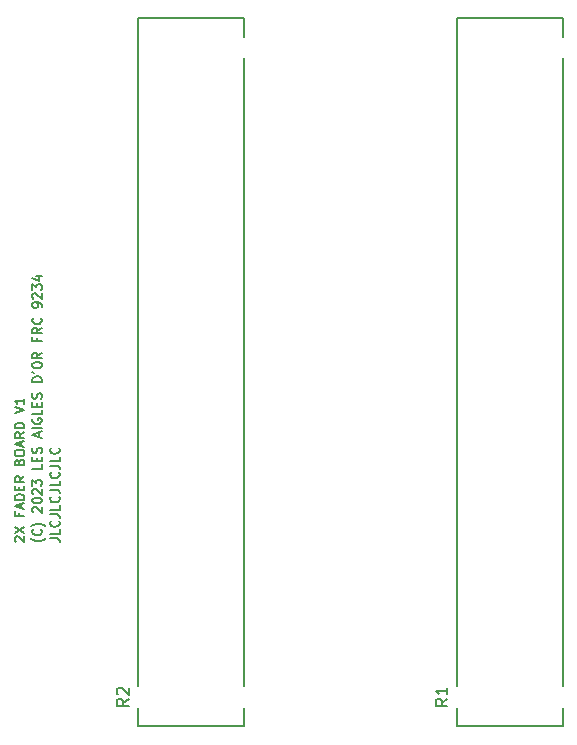
<source format=gbr>
%TF.GenerationSoftware,KiCad,Pcbnew,7.0.2-0*%
%TF.CreationDate,2024-10-30T20:33:58-04:00*%
%TF.ProjectId,2sliders,32736c69-6465-4727-932e-6b696361645f,rev?*%
%TF.SameCoordinates,Original*%
%TF.FileFunction,Legend,Top*%
%TF.FilePolarity,Positive*%
%FSLAX46Y46*%
G04 Gerber Fmt 4.6, Leading zero omitted, Abs format (unit mm)*
G04 Created by KiCad (PCBNEW 7.0.2-0) date 2024-10-30 20:33:58*
%MOMM*%
%LPD*%
G01*
G04 APERTURE LIST*
%ADD10C,0.150000*%
%ADD11C,0.127000*%
G04 APERTURE END LIST*
D10*
X4674857Y16419047D02*
X4636761Y16380952D01*
X4636761Y16380952D02*
X4522476Y16304761D01*
X4522476Y16304761D02*
X4446285Y16266666D01*
X4446285Y16266666D02*
X4332000Y16228571D01*
X4332000Y16228571D02*
X4141523Y16190476D01*
X4141523Y16190476D02*
X3989142Y16190476D01*
X3989142Y16190476D02*
X3798666Y16228571D01*
X3798666Y16228571D02*
X3684380Y16266666D01*
X3684380Y16266666D02*
X3608190Y16304761D01*
X3608190Y16304761D02*
X3493904Y16380952D01*
X3493904Y16380952D02*
X3455809Y16419047D01*
X4293904Y17180952D02*
X4332000Y17142856D01*
X4332000Y17142856D02*
X4370095Y17028571D01*
X4370095Y17028571D02*
X4370095Y16952380D01*
X4370095Y16952380D02*
X4332000Y16838094D01*
X4332000Y16838094D02*
X4255809Y16761904D01*
X4255809Y16761904D02*
X4179619Y16723809D01*
X4179619Y16723809D02*
X4027238Y16685713D01*
X4027238Y16685713D02*
X3912952Y16685713D01*
X3912952Y16685713D02*
X3760571Y16723809D01*
X3760571Y16723809D02*
X3684380Y16761904D01*
X3684380Y16761904D02*
X3608190Y16838094D01*
X3608190Y16838094D02*
X3570095Y16952380D01*
X3570095Y16952380D02*
X3570095Y17028571D01*
X3570095Y17028571D02*
X3608190Y17142856D01*
X3608190Y17142856D02*
X3646285Y17180952D01*
X4674857Y17447618D02*
X4636761Y17485713D01*
X4636761Y17485713D02*
X4522476Y17561904D01*
X4522476Y17561904D02*
X4446285Y17599999D01*
X4446285Y17599999D02*
X4332000Y17638094D01*
X4332000Y17638094D02*
X4141523Y17676190D01*
X4141523Y17676190D02*
X3989142Y17676190D01*
X3989142Y17676190D02*
X3798666Y17638094D01*
X3798666Y17638094D02*
X3684380Y17599999D01*
X3684380Y17599999D02*
X3608190Y17561904D01*
X3608190Y17561904D02*
X3493904Y17485713D01*
X3493904Y17485713D02*
X3455809Y17447618D01*
X3646285Y18628570D02*
X3608190Y18666666D01*
X3608190Y18666666D02*
X3570095Y18742856D01*
X3570095Y18742856D02*
X3570095Y18933332D01*
X3570095Y18933332D02*
X3608190Y19009523D01*
X3608190Y19009523D02*
X3646285Y19047618D01*
X3646285Y19047618D02*
X3722476Y19085713D01*
X3722476Y19085713D02*
X3798666Y19085713D01*
X3798666Y19085713D02*
X3912952Y19047618D01*
X3912952Y19047618D02*
X4370095Y18590475D01*
X4370095Y18590475D02*
X4370095Y19085713D01*
X3570095Y19580952D02*
X3570095Y19657142D01*
X3570095Y19657142D02*
X3608190Y19733333D01*
X3608190Y19733333D02*
X3646285Y19771428D01*
X3646285Y19771428D02*
X3722476Y19809523D01*
X3722476Y19809523D02*
X3874857Y19847618D01*
X3874857Y19847618D02*
X4065333Y19847618D01*
X4065333Y19847618D02*
X4217714Y19809523D01*
X4217714Y19809523D02*
X4293904Y19771428D01*
X4293904Y19771428D02*
X4332000Y19733333D01*
X4332000Y19733333D02*
X4370095Y19657142D01*
X4370095Y19657142D02*
X4370095Y19580952D01*
X4370095Y19580952D02*
X4332000Y19504761D01*
X4332000Y19504761D02*
X4293904Y19466666D01*
X4293904Y19466666D02*
X4217714Y19428571D01*
X4217714Y19428571D02*
X4065333Y19390475D01*
X4065333Y19390475D02*
X3874857Y19390475D01*
X3874857Y19390475D02*
X3722476Y19428571D01*
X3722476Y19428571D02*
X3646285Y19466666D01*
X3646285Y19466666D02*
X3608190Y19504761D01*
X3608190Y19504761D02*
X3570095Y19580952D01*
X3646285Y20152380D02*
X3608190Y20190476D01*
X3608190Y20190476D02*
X3570095Y20266666D01*
X3570095Y20266666D02*
X3570095Y20457142D01*
X3570095Y20457142D02*
X3608190Y20533333D01*
X3608190Y20533333D02*
X3646285Y20571428D01*
X3646285Y20571428D02*
X3722476Y20609523D01*
X3722476Y20609523D02*
X3798666Y20609523D01*
X3798666Y20609523D02*
X3912952Y20571428D01*
X3912952Y20571428D02*
X4370095Y20114285D01*
X4370095Y20114285D02*
X4370095Y20609523D01*
X3570095Y20876190D02*
X3570095Y21371428D01*
X3570095Y21371428D02*
X3874857Y21104762D01*
X3874857Y21104762D02*
X3874857Y21219047D01*
X3874857Y21219047D02*
X3912952Y21295238D01*
X3912952Y21295238D02*
X3951047Y21333333D01*
X3951047Y21333333D02*
X4027238Y21371428D01*
X4027238Y21371428D02*
X4217714Y21371428D01*
X4217714Y21371428D02*
X4293904Y21333333D01*
X4293904Y21333333D02*
X4332000Y21295238D01*
X4332000Y21295238D02*
X4370095Y21219047D01*
X4370095Y21219047D02*
X4370095Y20990476D01*
X4370095Y20990476D02*
X4332000Y20914285D01*
X4332000Y20914285D02*
X4293904Y20876190D01*
X4370095Y22704762D02*
X4370095Y22323810D01*
X4370095Y22323810D02*
X3570095Y22323810D01*
X3951047Y22971429D02*
X3951047Y23238095D01*
X4370095Y23352381D02*
X4370095Y22971429D01*
X4370095Y22971429D02*
X3570095Y22971429D01*
X3570095Y22971429D02*
X3570095Y23352381D01*
X4332000Y23657143D02*
X4370095Y23771429D01*
X4370095Y23771429D02*
X4370095Y23961905D01*
X4370095Y23961905D02*
X4332000Y24038096D01*
X4332000Y24038096D02*
X4293904Y24076191D01*
X4293904Y24076191D02*
X4217714Y24114286D01*
X4217714Y24114286D02*
X4141523Y24114286D01*
X4141523Y24114286D02*
X4065333Y24076191D01*
X4065333Y24076191D02*
X4027238Y24038096D01*
X4027238Y24038096D02*
X3989142Y23961905D01*
X3989142Y23961905D02*
X3951047Y23809524D01*
X3951047Y23809524D02*
X3912952Y23733334D01*
X3912952Y23733334D02*
X3874857Y23695239D01*
X3874857Y23695239D02*
X3798666Y23657143D01*
X3798666Y23657143D02*
X3722476Y23657143D01*
X3722476Y23657143D02*
X3646285Y23695239D01*
X3646285Y23695239D02*
X3608190Y23733334D01*
X3608190Y23733334D02*
X3570095Y23809524D01*
X3570095Y23809524D02*
X3570095Y24000001D01*
X3570095Y24000001D02*
X3608190Y24114286D01*
X4141523Y25028572D02*
X4141523Y25409525D01*
X4370095Y24952382D02*
X3570095Y25219049D01*
X3570095Y25219049D02*
X4370095Y25485715D01*
X4370095Y25752382D02*
X3570095Y25752382D01*
X3608190Y26552381D02*
X3570095Y26476191D01*
X3570095Y26476191D02*
X3570095Y26361905D01*
X3570095Y26361905D02*
X3608190Y26247619D01*
X3608190Y26247619D02*
X3684380Y26171429D01*
X3684380Y26171429D02*
X3760571Y26133334D01*
X3760571Y26133334D02*
X3912952Y26095238D01*
X3912952Y26095238D02*
X4027238Y26095238D01*
X4027238Y26095238D02*
X4179619Y26133334D01*
X4179619Y26133334D02*
X4255809Y26171429D01*
X4255809Y26171429D02*
X4332000Y26247619D01*
X4332000Y26247619D02*
X4370095Y26361905D01*
X4370095Y26361905D02*
X4370095Y26438096D01*
X4370095Y26438096D02*
X4332000Y26552381D01*
X4332000Y26552381D02*
X4293904Y26590477D01*
X4293904Y26590477D02*
X4027238Y26590477D01*
X4027238Y26590477D02*
X4027238Y26438096D01*
X4370095Y27314286D02*
X4370095Y26933334D01*
X4370095Y26933334D02*
X3570095Y26933334D01*
X3951047Y27580953D02*
X3951047Y27847619D01*
X4370095Y27961905D02*
X4370095Y27580953D01*
X4370095Y27580953D02*
X3570095Y27580953D01*
X3570095Y27580953D02*
X3570095Y27961905D01*
X4332000Y28266667D02*
X4370095Y28380953D01*
X4370095Y28380953D02*
X4370095Y28571429D01*
X4370095Y28571429D02*
X4332000Y28647620D01*
X4332000Y28647620D02*
X4293904Y28685715D01*
X4293904Y28685715D02*
X4217714Y28723810D01*
X4217714Y28723810D02*
X4141523Y28723810D01*
X4141523Y28723810D02*
X4065333Y28685715D01*
X4065333Y28685715D02*
X4027238Y28647620D01*
X4027238Y28647620D02*
X3989142Y28571429D01*
X3989142Y28571429D02*
X3951047Y28419048D01*
X3951047Y28419048D02*
X3912952Y28342858D01*
X3912952Y28342858D02*
X3874857Y28304763D01*
X3874857Y28304763D02*
X3798666Y28266667D01*
X3798666Y28266667D02*
X3722476Y28266667D01*
X3722476Y28266667D02*
X3646285Y28304763D01*
X3646285Y28304763D02*
X3608190Y28342858D01*
X3608190Y28342858D02*
X3570095Y28419048D01*
X3570095Y28419048D02*
X3570095Y28609525D01*
X3570095Y28609525D02*
X3608190Y28723810D01*
X4370095Y29676192D02*
X3570095Y29676192D01*
X3570095Y29676192D02*
X3570095Y29866668D01*
X3570095Y29866668D02*
X3608190Y29980954D01*
X3608190Y29980954D02*
X3684380Y30057144D01*
X3684380Y30057144D02*
X3760571Y30095239D01*
X3760571Y30095239D02*
X3912952Y30133335D01*
X3912952Y30133335D02*
X4027238Y30133335D01*
X4027238Y30133335D02*
X4179619Y30095239D01*
X4179619Y30095239D02*
X4255809Y30057144D01*
X4255809Y30057144D02*
X4332000Y29980954D01*
X4332000Y29980954D02*
X4370095Y29866668D01*
X4370095Y29866668D02*
X4370095Y29676192D01*
X3570095Y30514287D02*
X3722476Y30438096D01*
X3570095Y31009525D02*
X3570095Y31161906D01*
X3570095Y31161906D02*
X3608190Y31238096D01*
X3608190Y31238096D02*
X3684380Y31314287D01*
X3684380Y31314287D02*
X3836761Y31352382D01*
X3836761Y31352382D02*
X4103428Y31352382D01*
X4103428Y31352382D02*
X4255809Y31314287D01*
X4255809Y31314287D02*
X4332000Y31238096D01*
X4332000Y31238096D02*
X4370095Y31161906D01*
X4370095Y31161906D02*
X4370095Y31009525D01*
X4370095Y31009525D02*
X4332000Y30933334D01*
X4332000Y30933334D02*
X4255809Y30857144D01*
X4255809Y30857144D02*
X4103428Y30819048D01*
X4103428Y30819048D02*
X3836761Y30819048D01*
X3836761Y30819048D02*
X3684380Y30857144D01*
X3684380Y30857144D02*
X3608190Y30933334D01*
X3608190Y30933334D02*
X3570095Y31009525D01*
X4370095Y32152382D02*
X3989142Y31885715D01*
X4370095Y31695239D02*
X3570095Y31695239D01*
X3570095Y31695239D02*
X3570095Y32000001D01*
X3570095Y32000001D02*
X3608190Y32076191D01*
X3608190Y32076191D02*
X3646285Y32114286D01*
X3646285Y32114286D02*
X3722476Y32152382D01*
X3722476Y32152382D02*
X3836761Y32152382D01*
X3836761Y32152382D02*
X3912952Y32114286D01*
X3912952Y32114286D02*
X3951047Y32076191D01*
X3951047Y32076191D02*
X3989142Y32000001D01*
X3989142Y32000001D02*
X3989142Y31695239D01*
X3951047Y33371429D02*
X3951047Y33104763D01*
X4370095Y33104763D02*
X3570095Y33104763D01*
X3570095Y33104763D02*
X3570095Y33485715D01*
X4370095Y34247620D02*
X3989142Y33980953D01*
X4370095Y33790477D02*
X3570095Y33790477D01*
X3570095Y33790477D02*
X3570095Y34095239D01*
X3570095Y34095239D02*
X3608190Y34171429D01*
X3608190Y34171429D02*
X3646285Y34209524D01*
X3646285Y34209524D02*
X3722476Y34247620D01*
X3722476Y34247620D02*
X3836761Y34247620D01*
X3836761Y34247620D02*
X3912952Y34209524D01*
X3912952Y34209524D02*
X3951047Y34171429D01*
X3951047Y34171429D02*
X3989142Y34095239D01*
X3989142Y34095239D02*
X3989142Y33790477D01*
X4293904Y35047620D02*
X4332000Y35009524D01*
X4332000Y35009524D02*
X4370095Y34895239D01*
X4370095Y34895239D02*
X4370095Y34819048D01*
X4370095Y34819048D02*
X4332000Y34704762D01*
X4332000Y34704762D02*
X4255809Y34628572D01*
X4255809Y34628572D02*
X4179619Y34590477D01*
X4179619Y34590477D02*
X4027238Y34552381D01*
X4027238Y34552381D02*
X3912952Y34552381D01*
X3912952Y34552381D02*
X3760571Y34590477D01*
X3760571Y34590477D02*
X3684380Y34628572D01*
X3684380Y34628572D02*
X3608190Y34704762D01*
X3608190Y34704762D02*
X3570095Y34819048D01*
X3570095Y34819048D02*
X3570095Y34895239D01*
X3570095Y34895239D02*
X3608190Y35009524D01*
X3608190Y35009524D02*
X3646285Y35047620D01*
X4370095Y36038096D02*
X4370095Y36190477D01*
X4370095Y36190477D02*
X4332000Y36266667D01*
X4332000Y36266667D02*
X4293904Y36304763D01*
X4293904Y36304763D02*
X4179619Y36380953D01*
X4179619Y36380953D02*
X4027238Y36419048D01*
X4027238Y36419048D02*
X3722476Y36419048D01*
X3722476Y36419048D02*
X3646285Y36380953D01*
X3646285Y36380953D02*
X3608190Y36342858D01*
X3608190Y36342858D02*
X3570095Y36266667D01*
X3570095Y36266667D02*
X3570095Y36114286D01*
X3570095Y36114286D02*
X3608190Y36038096D01*
X3608190Y36038096D02*
X3646285Y36000001D01*
X3646285Y36000001D02*
X3722476Y35961905D01*
X3722476Y35961905D02*
X3912952Y35961905D01*
X3912952Y35961905D02*
X3989142Y36000001D01*
X3989142Y36000001D02*
X4027238Y36038096D01*
X4027238Y36038096D02*
X4065333Y36114286D01*
X4065333Y36114286D02*
X4065333Y36266667D01*
X4065333Y36266667D02*
X4027238Y36342858D01*
X4027238Y36342858D02*
X3989142Y36380953D01*
X3989142Y36380953D02*
X3912952Y36419048D01*
X3646285Y36723810D02*
X3608190Y36761906D01*
X3608190Y36761906D02*
X3570095Y36838096D01*
X3570095Y36838096D02*
X3570095Y37028572D01*
X3570095Y37028572D02*
X3608190Y37104763D01*
X3608190Y37104763D02*
X3646285Y37142858D01*
X3646285Y37142858D02*
X3722476Y37180953D01*
X3722476Y37180953D02*
X3798666Y37180953D01*
X3798666Y37180953D02*
X3912952Y37142858D01*
X3912952Y37142858D02*
X4370095Y36685715D01*
X4370095Y36685715D02*
X4370095Y37180953D01*
X3570095Y37447620D02*
X3570095Y37942858D01*
X3570095Y37942858D02*
X3874857Y37676192D01*
X3874857Y37676192D02*
X3874857Y37790477D01*
X3874857Y37790477D02*
X3912952Y37866668D01*
X3912952Y37866668D02*
X3951047Y37904763D01*
X3951047Y37904763D02*
X4027238Y37942858D01*
X4027238Y37942858D02*
X4217714Y37942858D01*
X4217714Y37942858D02*
X4293904Y37904763D01*
X4293904Y37904763D02*
X4332000Y37866668D01*
X4332000Y37866668D02*
X4370095Y37790477D01*
X4370095Y37790477D02*
X4370095Y37561906D01*
X4370095Y37561906D02*
X4332000Y37485715D01*
X4332000Y37485715D02*
X4293904Y37447620D01*
X3836761Y38628573D02*
X4370095Y38628573D01*
X3532000Y38438097D02*
X4103428Y38247620D01*
X4103428Y38247620D02*
X4103428Y38742859D01*
X5070095Y16419047D02*
X5641523Y16419047D01*
X5641523Y16419047D02*
X5755809Y16380952D01*
X5755809Y16380952D02*
X5832000Y16304761D01*
X5832000Y16304761D02*
X5870095Y16190476D01*
X5870095Y16190476D02*
X5870095Y16114285D01*
X5870095Y17180952D02*
X5870095Y16800000D01*
X5870095Y16800000D02*
X5070095Y16800000D01*
X5793904Y17904762D02*
X5832000Y17866666D01*
X5832000Y17866666D02*
X5870095Y17752381D01*
X5870095Y17752381D02*
X5870095Y17676190D01*
X5870095Y17676190D02*
X5832000Y17561904D01*
X5832000Y17561904D02*
X5755809Y17485714D01*
X5755809Y17485714D02*
X5679619Y17447619D01*
X5679619Y17447619D02*
X5527238Y17409523D01*
X5527238Y17409523D02*
X5412952Y17409523D01*
X5412952Y17409523D02*
X5260571Y17447619D01*
X5260571Y17447619D02*
X5184380Y17485714D01*
X5184380Y17485714D02*
X5108190Y17561904D01*
X5108190Y17561904D02*
X5070095Y17676190D01*
X5070095Y17676190D02*
X5070095Y17752381D01*
X5070095Y17752381D02*
X5108190Y17866666D01*
X5108190Y17866666D02*
X5146285Y17904762D01*
X5070095Y18476190D02*
X5641523Y18476190D01*
X5641523Y18476190D02*
X5755809Y18438095D01*
X5755809Y18438095D02*
X5832000Y18361904D01*
X5832000Y18361904D02*
X5870095Y18247619D01*
X5870095Y18247619D02*
X5870095Y18171428D01*
X5870095Y19238095D02*
X5870095Y18857143D01*
X5870095Y18857143D02*
X5070095Y18857143D01*
X5793904Y19961905D02*
X5832000Y19923809D01*
X5832000Y19923809D02*
X5870095Y19809524D01*
X5870095Y19809524D02*
X5870095Y19733333D01*
X5870095Y19733333D02*
X5832000Y19619047D01*
X5832000Y19619047D02*
X5755809Y19542857D01*
X5755809Y19542857D02*
X5679619Y19504762D01*
X5679619Y19504762D02*
X5527238Y19466666D01*
X5527238Y19466666D02*
X5412952Y19466666D01*
X5412952Y19466666D02*
X5260571Y19504762D01*
X5260571Y19504762D02*
X5184380Y19542857D01*
X5184380Y19542857D02*
X5108190Y19619047D01*
X5108190Y19619047D02*
X5070095Y19733333D01*
X5070095Y19733333D02*
X5070095Y19809524D01*
X5070095Y19809524D02*
X5108190Y19923809D01*
X5108190Y19923809D02*
X5146285Y19961905D01*
X5070095Y20533333D02*
X5641523Y20533333D01*
X5641523Y20533333D02*
X5755809Y20495238D01*
X5755809Y20495238D02*
X5832000Y20419047D01*
X5832000Y20419047D02*
X5870095Y20304762D01*
X5870095Y20304762D02*
X5870095Y20228571D01*
X5870095Y21295238D02*
X5870095Y20914286D01*
X5870095Y20914286D02*
X5070095Y20914286D01*
X5793904Y22019048D02*
X5832000Y21980952D01*
X5832000Y21980952D02*
X5870095Y21866667D01*
X5870095Y21866667D02*
X5870095Y21790476D01*
X5870095Y21790476D02*
X5832000Y21676190D01*
X5832000Y21676190D02*
X5755809Y21600000D01*
X5755809Y21600000D02*
X5679619Y21561905D01*
X5679619Y21561905D02*
X5527238Y21523809D01*
X5527238Y21523809D02*
X5412952Y21523809D01*
X5412952Y21523809D02*
X5260571Y21561905D01*
X5260571Y21561905D02*
X5184380Y21600000D01*
X5184380Y21600000D02*
X5108190Y21676190D01*
X5108190Y21676190D02*
X5070095Y21790476D01*
X5070095Y21790476D02*
X5070095Y21866667D01*
X5070095Y21866667D02*
X5108190Y21980952D01*
X5108190Y21980952D02*
X5146285Y22019048D01*
X5070095Y22590476D02*
X5641523Y22590476D01*
X5641523Y22590476D02*
X5755809Y22552381D01*
X5755809Y22552381D02*
X5832000Y22476190D01*
X5832000Y22476190D02*
X5870095Y22361905D01*
X5870095Y22361905D02*
X5870095Y22285714D01*
X5870095Y23352381D02*
X5870095Y22971429D01*
X5870095Y22971429D02*
X5070095Y22971429D01*
X5793904Y24076191D02*
X5832000Y24038095D01*
X5832000Y24038095D02*
X5870095Y23923810D01*
X5870095Y23923810D02*
X5870095Y23847619D01*
X5870095Y23847619D02*
X5832000Y23733333D01*
X5832000Y23733333D02*
X5755809Y23657143D01*
X5755809Y23657143D02*
X5679619Y23619048D01*
X5679619Y23619048D02*
X5527238Y23580952D01*
X5527238Y23580952D02*
X5412952Y23580952D01*
X5412952Y23580952D02*
X5260571Y23619048D01*
X5260571Y23619048D02*
X5184380Y23657143D01*
X5184380Y23657143D02*
X5108190Y23733333D01*
X5108190Y23733333D02*
X5070095Y23847619D01*
X5070095Y23847619D02*
X5070095Y23923810D01*
X5070095Y23923810D02*
X5108190Y24038095D01*
X5108190Y24038095D02*
X5146285Y24076191D01*
X2146285Y16152380D02*
X2108190Y16190476D01*
X2108190Y16190476D02*
X2070095Y16266666D01*
X2070095Y16266666D02*
X2070095Y16457142D01*
X2070095Y16457142D02*
X2108190Y16533333D01*
X2108190Y16533333D02*
X2146285Y16571428D01*
X2146285Y16571428D02*
X2222476Y16609523D01*
X2222476Y16609523D02*
X2298666Y16609523D01*
X2298666Y16609523D02*
X2412952Y16571428D01*
X2412952Y16571428D02*
X2870095Y16114285D01*
X2870095Y16114285D02*
X2870095Y16609523D01*
X2070095Y16876190D02*
X2870095Y17409524D01*
X2070095Y17409524D02*
X2870095Y16876190D01*
X2451047Y18590476D02*
X2451047Y18323810D01*
X2870095Y18323810D02*
X2070095Y18323810D01*
X2070095Y18323810D02*
X2070095Y18704762D01*
X2641523Y18971428D02*
X2641523Y19352381D01*
X2870095Y18895238D02*
X2070095Y19161905D01*
X2070095Y19161905D02*
X2870095Y19428571D01*
X2870095Y19695238D02*
X2070095Y19695238D01*
X2070095Y19695238D02*
X2070095Y19885714D01*
X2070095Y19885714D02*
X2108190Y20000000D01*
X2108190Y20000000D02*
X2184380Y20076190D01*
X2184380Y20076190D02*
X2260571Y20114285D01*
X2260571Y20114285D02*
X2412952Y20152381D01*
X2412952Y20152381D02*
X2527238Y20152381D01*
X2527238Y20152381D02*
X2679619Y20114285D01*
X2679619Y20114285D02*
X2755809Y20076190D01*
X2755809Y20076190D02*
X2832000Y20000000D01*
X2832000Y20000000D02*
X2870095Y19885714D01*
X2870095Y19885714D02*
X2870095Y19695238D01*
X2451047Y20495238D02*
X2451047Y20761904D01*
X2870095Y20876190D02*
X2870095Y20495238D01*
X2870095Y20495238D02*
X2070095Y20495238D01*
X2070095Y20495238D02*
X2070095Y20876190D01*
X2870095Y21676191D02*
X2489142Y21409524D01*
X2870095Y21219048D02*
X2070095Y21219048D01*
X2070095Y21219048D02*
X2070095Y21523810D01*
X2070095Y21523810D02*
X2108190Y21600000D01*
X2108190Y21600000D02*
X2146285Y21638095D01*
X2146285Y21638095D02*
X2222476Y21676191D01*
X2222476Y21676191D02*
X2336761Y21676191D01*
X2336761Y21676191D02*
X2412952Y21638095D01*
X2412952Y21638095D02*
X2451047Y21600000D01*
X2451047Y21600000D02*
X2489142Y21523810D01*
X2489142Y21523810D02*
X2489142Y21219048D01*
X2451047Y22895238D02*
X2489142Y23009524D01*
X2489142Y23009524D02*
X2527238Y23047619D01*
X2527238Y23047619D02*
X2603428Y23085715D01*
X2603428Y23085715D02*
X2717714Y23085715D01*
X2717714Y23085715D02*
X2793904Y23047619D01*
X2793904Y23047619D02*
X2832000Y23009524D01*
X2832000Y23009524D02*
X2870095Y22933334D01*
X2870095Y22933334D02*
X2870095Y22628572D01*
X2870095Y22628572D02*
X2070095Y22628572D01*
X2070095Y22628572D02*
X2070095Y22895238D01*
X2070095Y22895238D02*
X2108190Y22971429D01*
X2108190Y22971429D02*
X2146285Y23009524D01*
X2146285Y23009524D02*
X2222476Y23047619D01*
X2222476Y23047619D02*
X2298666Y23047619D01*
X2298666Y23047619D02*
X2374857Y23009524D01*
X2374857Y23009524D02*
X2412952Y22971429D01*
X2412952Y22971429D02*
X2451047Y22895238D01*
X2451047Y22895238D02*
X2451047Y22628572D01*
X2070095Y23580953D02*
X2070095Y23733334D01*
X2070095Y23733334D02*
X2108190Y23809524D01*
X2108190Y23809524D02*
X2184380Y23885715D01*
X2184380Y23885715D02*
X2336761Y23923810D01*
X2336761Y23923810D02*
X2603428Y23923810D01*
X2603428Y23923810D02*
X2755809Y23885715D01*
X2755809Y23885715D02*
X2832000Y23809524D01*
X2832000Y23809524D02*
X2870095Y23733334D01*
X2870095Y23733334D02*
X2870095Y23580953D01*
X2870095Y23580953D02*
X2832000Y23504762D01*
X2832000Y23504762D02*
X2755809Y23428572D01*
X2755809Y23428572D02*
X2603428Y23390476D01*
X2603428Y23390476D02*
X2336761Y23390476D01*
X2336761Y23390476D02*
X2184380Y23428572D01*
X2184380Y23428572D02*
X2108190Y23504762D01*
X2108190Y23504762D02*
X2070095Y23580953D01*
X2641523Y24228571D02*
X2641523Y24609524D01*
X2870095Y24152381D02*
X2070095Y24419048D01*
X2070095Y24419048D02*
X2870095Y24685714D01*
X2870095Y25409524D02*
X2489142Y25142857D01*
X2870095Y24952381D02*
X2070095Y24952381D01*
X2070095Y24952381D02*
X2070095Y25257143D01*
X2070095Y25257143D02*
X2108190Y25333333D01*
X2108190Y25333333D02*
X2146285Y25371428D01*
X2146285Y25371428D02*
X2222476Y25409524D01*
X2222476Y25409524D02*
X2336761Y25409524D01*
X2336761Y25409524D02*
X2412952Y25371428D01*
X2412952Y25371428D02*
X2451047Y25333333D01*
X2451047Y25333333D02*
X2489142Y25257143D01*
X2489142Y25257143D02*
X2489142Y24952381D01*
X2870095Y25752381D02*
X2070095Y25752381D01*
X2070095Y25752381D02*
X2070095Y25942857D01*
X2070095Y25942857D02*
X2108190Y26057143D01*
X2108190Y26057143D02*
X2184380Y26133333D01*
X2184380Y26133333D02*
X2260571Y26171428D01*
X2260571Y26171428D02*
X2412952Y26209524D01*
X2412952Y26209524D02*
X2527238Y26209524D01*
X2527238Y26209524D02*
X2679619Y26171428D01*
X2679619Y26171428D02*
X2755809Y26133333D01*
X2755809Y26133333D02*
X2832000Y26057143D01*
X2832000Y26057143D02*
X2870095Y25942857D01*
X2870095Y25942857D02*
X2870095Y25752381D01*
X2070095Y27047619D02*
X2870095Y27314286D01*
X2870095Y27314286D02*
X2070095Y27580952D01*
X2870095Y28266666D02*
X2870095Y27809523D01*
X2870095Y28038095D02*
X2070095Y28038095D01*
X2070095Y28038095D02*
X2184380Y27961904D01*
X2184380Y27961904D02*
X2260571Y27885714D01*
X2260571Y27885714D02*
X2298666Y27809523D01*
%TO.C,R1*%
X38712619Y2833333D02*
X38236428Y2500000D01*
X38712619Y2261905D02*
X37712619Y2261905D01*
X37712619Y2261905D02*
X37712619Y2642857D01*
X37712619Y2642857D02*
X37760238Y2738095D01*
X37760238Y2738095D02*
X37807857Y2785714D01*
X37807857Y2785714D02*
X37903095Y2833333D01*
X37903095Y2833333D02*
X38045952Y2833333D01*
X38045952Y2833333D02*
X38141190Y2785714D01*
X38141190Y2785714D02*
X38188809Y2738095D01*
X38188809Y2738095D02*
X38236428Y2642857D01*
X38236428Y2642857D02*
X38236428Y2261905D01*
X38712619Y3785714D02*
X38712619Y3214286D01*
X38712619Y3500000D02*
X37712619Y3500000D01*
X37712619Y3500000D02*
X37855476Y3404762D01*
X37855476Y3404762D02*
X37950714Y3309524D01*
X37950714Y3309524D02*
X37998333Y3214286D01*
%TO.C,R2*%
X11712619Y2833333D02*
X11236428Y2500000D01*
X11712619Y2261905D02*
X10712619Y2261905D01*
X10712619Y2261905D02*
X10712619Y2642857D01*
X10712619Y2642857D02*
X10760238Y2738095D01*
X10760238Y2738095D02*
X10807857Y2785714D01*
X10807857Y2785714D02*
X10903095Y2833333D01*
X10903095Y2833333D02*
X11045952Y2833333D01*
X11045952Y2833333D02*
X11141190Y2785714D01*
X11141190Y2785714D02*
X11188809Y2738095D01*
X11188809Y2738095D02*
X11236428Y2642857D01*
X11236428Y2642857D02*
X11236428Y2261905D01*
X10807857Y3214286D02*
X10760238Y3261905D01*
X10760238Y3261905D02*
X10712619Y3357143D01*
X10712619Y3357143D02*
X10712619Y3595238D01*
X10712619Y3595238D02*
X10760238Y3690476D01*
X10760238Y3690476D02*
X10807857Y3738095D01*
X10807857Y3738095D02*
X10903095Y3785714D01*
X10903095Y3785714D02*
X10998333Y3785714D01*
X10998333Y3785714D02*
X11141190Y3738095D01*
X11141190Y3738095D02*
X11712619Y3166667D01*
X11712619Y3166667D02*
X11712619Y3785714D01*
D11*
%TO.C,R1*%
X39500000Y500000D02*
X48500000Y500000D01*
X39500000Y500000D02*
X39500000Y2100000D01*
X48500000Y500000D02*
X48500000Y2100000D01*
X39500000Y3900000D02*
X39500000Y60500000D01*
X48500000Y3900000D02*
X48500000Y57100000D01*
X48500000Y58900000D02*
X48500000Y60500000D01*
X39500000Y60500000D02*
X48500000Y60500000D01*
%TO.C,R2*%
X12500000Y500000D02*
X21500000Y500000D01*
X12500000Y500000D02*
X12500000Y2100000D01*
X21500000Y500000D02*
X21500000Y2100000D01*
X12500000Y3900000D02*
X12500000Y60500000D01*
X21500000Y3900000D02*
X21500000Y57100000D01*
X21500000Y58900000D02*
X21500000Y60500000D01*
X12500000Y60500000D02*
X21500000Y60500000D01*
%TD*%
M02*

</source>
